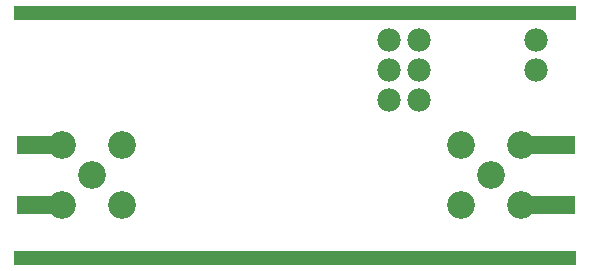
<source format=gbs>
G75*
%MOIN*%
%OFA0B0*%
%FSLAX24Y24*%
%IPPOS*%
%LPD*%
%AMOC8*
5,1,8,0,0,1.08239X$1,22.5*
%
%ADD10R,1.8750X0.0450*%
%ADD11R,0.1640X0.0640*%
%ADD12C,0.0780*%
%ADD13C,0.0926*%
D10*
X009555Y000405D03*
X009555Y008555D03*
D11*
X001080Y002180D03*
X001080Y004180D03*
X018080Y004180D03*
X018080Y002180D03*
D12*
X013680Y005680D03*
X012680Y005680D03*
X012680Y006680D03*
X013680Y006680D03*
X013680Y007680D03*
X012680Y007680D03*
X017580Y007680D03*
X017580Y006680D03*
D13*
X017080Y004180D03*
X016080Y003180D03*
X015080Y002180D03*
X017080Y002180D03*
X015080Y004180D03*
X003780Y004180D03*
X001780Y004180D03*
X002780Y003180D03*
X001780Y002180D03*
X003780Y002180D03*
M02*

</source>
